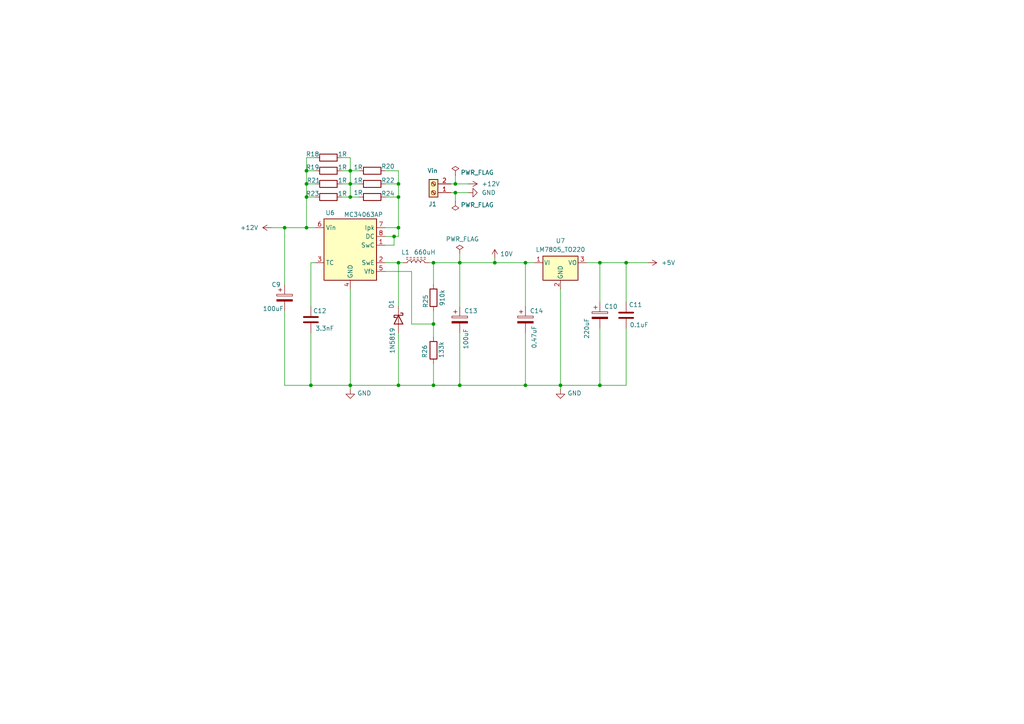
<source format=kicad_sch>
(kicad_sch (version 20231120) (generator "eeschema") (generator_version "8.0")
  (paper "A4")
  (lib_symbols
    (symbol "Connector:Screw_Terminal_01x02" (pin_names (offset 1.016) hide)
      (property "Reference" "J" (at 0 2.54 0))
      (property "Value" "Screw_Terminal_01x02" (at 0 -5.08 0))
      (symbol "Screw_Terminal_01x02_1_1"
        (rectangle (start -1.27 1.27) (end 1.27 -3.81) (stroke (width 0.254)) (fill (type background)))
        (circle (center 0 -2.54) (radius 0.635) (stroke (width 0.1524)))
        (polyline (pts (xy -0.5334 -2.2098) (xy 0.3302 -3.048)) (stroke (width 0.1524)))
        (polyline (pts (xy -0.5334 0.3302) (xy 0.3302 -0.508)) (stroke (width 0.1524)))
        (polyline (pts (xy -0.3556 -2.032) (xy 0.508 -2.8702)) (stroke (width 0.1524)))
        (polyline (pts (xy -0.3556 0.508) (xy 0.508 -0.3302)) (stroke (width 0.1524)))
        (circle (center 0 0) (radius 0.635) (stroke (width 0.1524)))
        (pin passive line (at -5.08 0 0) (length 3.81) (name "Pin_1") (number "1"))
        (pin passive line (at -5.08 -2.54 0) (length 3.81) (name "Pin_2") (number "2"))
      )
    )
    (symbol "Device:C" (pin_numbers hide) (pin_names (offset 0.254))
      (property "Reference" "C" (at 0.635 2.54 0))
      (property "Value" "C" (at 0.635 -2.54 0))
      (symbol "C_0_1"
        (polyline (pts (xy -2.032 -0.762) (xy 2.032 -0.762)) (stroke (width 0.508)))
        (polyline (pts (xy -2.032 0.762) (xy 2.032 0.762)) (stroke (width 0.508)))
      )
      (symbol "C_1_1"
        (pin passive line (at 0 3.81 270) (length 2.794) (name "~") (number "1"))
        (pin passive line (at 0 -3.81 90) (length 2.794) (name "~") (number "2"))
      )
    )
    (symbol "Device:C_Polarized" (pin_numbers hide) (pin_names (offset 0.254))
      (property "Reference" "C" (at 0.635 2.54 0))
      (property "Value" "C_Polarized" (at 0.635 -2.54 0))
      (symbol "C_Polarized_0_1"
        (rectangle (start -2.286 0.508) (end 2.286 1.016))
        (polyline (pts (xy -1.778 2.286) (xy -0.762 2.286)))
        (polyline (pts (xy -1.27 2.794) (xy -1.27 1.778)))
        (rectangle (start 2.286 -0.508) (end -2.286 -1.016) (fill (type outline)))
      )
      (symbol "C_Polarized_1_1"
        (pin passive line (at 0 3.81 270) (length 2.794) (name "~") (number "1"))
        (pin passive line (at 0 -3.81 90) (length 2.794) (name "~") (number "2"))
      )
    )
    (symbol "Device:L_Ferrite" (pin_numbers hide) (pin_names (offset 1.016) hide)
      (property "Reference" "L" (at -1.27 0 90))
      (property "Value" "L_Ferrite" (at 2.794 0 90))
      (symbol "L_Ferrite_0_1"
        (arc (start 0 -2.54) (mid 0.6323 -1.905) (end 0 -1.27))
        (arc (start 0 -1.27) (mid 0.6323 -0.635) (end 0 0))
        (polyline (pts (xy 1.016 -2.794) (xy 1.016 -2.286)))
        (polyline (pts (xy 1.016 -1.778) (xy 1.016 -1.27)))
        (polyline (pts (xy 1.016 -0.762) (xy 1.016 -0.254)))
        (polyline (pts (xy 1.016 0.254) (xy 1.016 0.762)))
        (polyline (pts (xy 1.016 1.27) (xy 1.016 1.778)))
        (polyline (pts (xy 1.016 2.286) (xy 1.016 2.794)))
        (polyline (pts (xy 1.524 -2.286) (xy 1.524 -2.794)))
        (polyline (pts (xy 1.524 -1.27) (xy 1.524 -1.778)))
        (polyline (pts (xy 1.524 -0.254) (xy 1.524 -0.762)))
        (polyline (pts (xy 1.524 0.762) (xy 1.524 0.254)))
        (polyline (pts (xy 1.524 1.778) (xy 1.524 1.27)))
        (polyline (pts (xy 1.524 2.794) (xy 1.524 2.286)))
        (arc (start 0 0) (mid 0.6323 0.635) (end 0 1.27))
        (arc (start 0 1.27) (mid 0.6323 1.905) (end 0 2.54))
      )
      (symbol "L_Ferrite_1_1"
        (pin passive line (at 0 3.81 270) (length 1.27) (name "1") (number "1"))
        (pin passive line (at 0 -3.81 90) (length 1.27) (name "2") (number "2"))
      )
    )
    (symbol "Device:R" (pin_numbers hide) (pin_names (offset 0))
      (property "Reference" "R" (at 2.032 0 90))
      (property "Value" "R" (at 0 0 90))
      (symbol "R_0_1"
        (rectangle (start -1.016 -2.54) (end 1.016 2.54) (stroke (width 0.254)))
      )
      (symbol "R_1_1"
        (pin passive line (at 0 3.81 270) (length 1.27) (name "~") (number "1"))
        (pin passive line (at 0 -3.81 90) (length 1.27) (name "~") (number "2"))
      )
    )
    (symbol "Diode:1N5819" (pin_numbers hide) (pin_names (offset 1.016) hide)
      (property "Reference" "D" (at 0 2.54 0))
      (property "Value" "1N5819" (at 0 -2.54 0))
      (symbol "1N5819_0_1"
        (polyline (pts (xy 1.27 0) (xy -1.27 0)))
        (polyline (pts (xy 1.27 1.27) (xy 1.27 -1.27) (xy -1.27 0) (xy 1.27 1.27)) (stroke (width 0.254)))
        (polyline (pts (xy -1.905 0.635) (xy -1.905 1.27) (xy -1.27 1.27) (xy -1.27 -1.27) (xy -0.635 -1.27) (xy -0.635 -0.635)) (stroke (width 0.254)))
      )
      (symbol "1N5819_1_1"
        (pin passive line (at -3.81 0 0) (length 2.54) (name "K") (number "1"))
        (pin passive line (at 3.81 0 180) (length 2.54) (name "A") (number "2"))
      )
    )
    (symbol "Regulator_Linear:LM7805_TO220" (pin_names (offset 0.254))
      (property "Reference" "U" (at -3.81 3.175 0))
      (property "Value" "LM7805_TO220" (at 0 3.175 0))
      (symbol "LM7805_TO220_0_1"
        (rectangle (start -5.08 1.905) (end 5.08 -5.08) (stroke (width 0.254)) (fill (type background)))
      )
      (symbol "LM7805_TO220_1_1"
        (pin power_in line (at -7.62 0 0) (length 2.54) (name "VI") (number "1"))
        (pin power_in line (at 0 -7.62 90) (length 2.54) (name "GND") (number "2"))
        (pin power_out line (at 7.62 0 180) (length 2.54) (name "VO") (number "3"))
      )
    )
    (symbol "Regulator_Switching:MC34063AP"
      (property "Reference" "U" (at -7.62 8.89 0))
      (property "Value" "MC34063AP" (at 0 8.89 0))
      (symbol "MC34063AP_0_1"
        (rectangle (start -7.62 7.62) (end 7.62 -10.16) (stroke (width 0.254)) (fill (type background)))
      )
      (symbol "MC34063AP_1_1"
        (pin open_collector line (at 10.16 0 180) (length 2.54) (name "SwC") (number "1"))
        (pin open_emitter line (at 10.16 -5.08 180) (length 2.54) (name "SwE") (number "2"))
        (pin passive line (at -10.16 -5.08 0) (length 2.54) (name "TC") (number "3"))
        (pin power_in line (at 0 -12.7 90) (length 2.54) (name "GND") (number "4"))
        (pin input line (at 10.16 -7.62 180) (length 2.54) (name "Vfb") (number "5"))
        (pin power_in line (at -10.16 5.08 0) (length 2.54) (name "Vin") (number "6"))
        (pin input line (at 10.16 5.08 180) (length 2.54) (name "Ipk") (number "7"))
        (pin open_collector line (at 10.16 2.54 180) (length 2.54) (name "DC") (number "8"))
      )
    )
    (symbol "power:+12V" (power) (pin_numbers hide) (pin_names (offset 0) hide)
      (property "Value" "+12V" (at 0 3.556 0))
      (symbol "+12V_0_1"
        (polyline (pts (xy -0.762 1.27) (xy 0 2.54)))
        (polyline (pts (xy 0 0) (xy 0 2.54)))
        (polyline (pts (xy 0 2.54) (xy 0.762 1.27)))
      )
      (symbol "+12V_1_1"
        (pin power_in line (at 0 0 90) (length 0) (name "~") (number "1"))
      )
    )
    (symbol "power:+5V" (power) (pin_numbers hide) (pin_names (offset 0) hide)
      (property "Value" "+5V" (at 0 3.556 0))
      (symbol "+5V_0_1"
        (polyline (pts (xy -0.762 1.27) (xy 0 2.54)))
        (polyline (pts (xy 0 0) (xy 0 2.54)))
        (polyline (pts (xy 0 2.54) (xy 0.762 1.27)))
      )
      (symbol "+5V_1_1"
        (pin power_in line (at 0 0 90) (length 0) (name "~") (number "1"))
      )
    )
    (symbol "power:+9V" (power) (pin_numbers hide) (pin_names (offset 0) hide)
      (property "Value" "+9V" (at 0 3.556 0))
      (symbol "+9V_0_1"
        (polyline (pts (xy -0.762 1.27) (xy 0 2.54)))
        (polyline (pts (xy 0 0) (xy 0 2.54)))
        (polyline (pts (xy 0 2.54) (xy 0.762 1.27)))
      )
      (symbol "+9V_1_1"
        (pin power_in line (at 0 0 90) (length 0) (name "~") (number "1"))
      )
    )
    (symbol "power:GND" (power) (pin_numbers hide) (pin_names (offset 0) hide)
      (property "Value" "GND" (at 0 -3.81 0))
      (symbol "GND_0_1"
        (polyline (pts (xy 0 0) (xy 0 -1.27) (xy 1.27 -1.27) (xy 0 -2.54) (xy -1.27 -1.27) (xy 0 -1.27)))
      )
      (symbol "GND_1_1"
        (pin power_in line (at 0 0 270) (length 0) (name "~") (number "1"))
      )
    )
    (symbol "power:PWR_FLAG" (power) (pin_numbers hide) (pin_names (offset 0) hide)
      (property "Value" "PWR_FLAG" (at 0 3.81 0))
      (symbol "PWR_FLAG_0_0"
        (pin power_out line (at 0 0 90) (length 0) (name "~") (number "1"))
      )
      (symbol "PWR_FLAG_0_1"
        (polyline (pts (xy 0 0) (xy 0 1.27) (xy -1.016 1.905) (xy 0 2.54) (xy 1.016 1.905) (xy 0 1.27)))
      )
    )
  )
  (junction (at 132.08 55.88))
  (junction (at 125.73 93.98))
  (junction (at 125.73 111.76))
  (junction (at 88.9 49.53))
  (junction (at 114.3 68.58))
  (junction (at 152.4 111.76))
  (junction (at 101.6 111.76))
  (junction (at 133.35 76.2))
  (junction (at 133.35 111.76))
  (junction (at 143.51 76.2))
  (junction (at 115.57 66.04))
  (junction (at 152.4 76.2))
  (junction (at 115.57 57.15))
  (junction (at 115.57 76.2))
  (junction (at 181.61 76.2))
  (junction (at 125.73 76.2))
  (junction (at 115.57 111.76))
  (junction (at 173.99 111.76))
  (junction (at 88.9 53.34))
  (junction (at 101.6 49.53))
  (junction (at 173.99 76.2))
  (junction (at 162.56 111.76))
  (junction (at 132.08 53.34))
  (junction (at 82.55 66.04))
  (junction (at 115.57 53.34))
  (junction (at 88.9 66.04))
  (junction (at 88.9 57.15))
  (junction (at 90.17 111.76))
  (junction (at 101.6 53.34))
  (junction (at 101.6 57.15))
  (wire (pts (xy 170.18 76.2) (xy 173.99 76.2)))
  (wire (pts (xy 111.76 49.53) (xy 115.57 49.53)))
  (wire (pts (xy 133.35 111.76) (xy 152.4 111.76)))
  (wire (pts (xy 181.61 76.2) (xy 187.96 76.2)))
  (wire (pts (xy 154.94 76.2) (xy 152.4 76.2)))
  (wire (pts (xy 133.35 76.2) (xy 133.35 88.9)))
  (wire (pts (xy 101.6 49.53) (xy 101.6 45.72)))
  (wire (pts (xy 173.99 111.76) (xy 181.61 111.76)))
  (wire (pts (xy 125.73 76.2) (xy 125.73 82.55)))
  (wire (pts (xy 101.6 111.76) (xy 101.6 83.82)))
  (wire (pts (xy 88.9 53.34) (xy 91.44 53.34)))
  (wire (pts (xy 125.73 93.98) (xy 125.73 97.79)))
  (wire (pts (xy 119.38 78.74) (xy 119.38 93.98)))
  (wire (pts (xy 173.99 76.2) (xy 181.61 76.2)))
  (wire (pts (xy 133.35 96.52) (xy 133.35 111.76)))
  (wire (pts (xy 99.06 53.34) (xy 101.6 53.34)))
  (wire (pts (xy 119.38 93.98) (xy 125.73 93.98)))
  (wire (pts (xy 132.08 55.88) (xy 135.89 55.88)))
  (wire (pts (xy 143.51 76.2) (xy 152.4 76.2)))
  (wire (pts (xy 101.6 111.76) (xy 115.57 111.76)))
  (wire (pts (xy 88.9 57.15) (xy 88.9 53.34)))
  (wire (pts (xy 82.55 111.76) (xy 90.17 111.76)))
  (wire (pts (xy 125.73 76.2) (xy 133.35 76.2)))
  (wire (pts (xy 101.6 111.76) (xy 101.6 113.03)))
  (wire (pts (xy 99.06 49.53) (xy 101.6 49.53)))
  (wire (pts (xy 181.61 111.76) (xy 181.61 95.25)))
  (wire (pts (xy 115.57 57.15) (xy 115.57 53.34)))
  (wire (pts (xy 90.17 111.76) (xy 101.6 111.76)))
  (wire (pts (xy 125.73 111.76) (xy 133.35 111.76)))
  (wire (pts (xy 101.6 57.15) (xy 101.6 53.34)))
  (wire (pts (xy 132.08 50.8) (xy 132.08 53.34)))
  (wire (pts (xy 152.4 76.2) (xy 152.4 88.9)))
  (wire (pts (xy 115.57 66.04) (xy 115.57 68.58)))
  (wire (pts (xy 162.56 111.76) (xy 152.4 111.76)))
  (wire (pts (xy 173.99 111.76) (xy 162.56 111.76)))
  (wire (pts (xy 101.6 49.53) (xy 104.14 49.53)))
  (wire (pts (xy 88.9 57.15) (xy 91.44 57.15)))
  (wire (pts (xy 101.6 57.15) (xy 104.14 57.15)))
  (wire (pts (xy 125.73 105.41) (xy 125.73 111.76)))
  (wire (pts (xy 99.06 57.15) (xy 101.6 57.15)))
  (wire (pts (xy 132.08 55.88) (xy 132.08 58.42)))
  (wire (pts (xy 162.56 83.82) (xy 162.56 111.76)))
  (wire (pts (xy 115.57 111.76) (xy 125.73 111.76)))
  (wire (pts (xy 90.17 88.9) (xy 90.17 76.2)))
  (wire (pts (xy 88.9 49.53) (xy 88.9 53.34)))
  (wire (pts (xy 115.57 76.2) (xy 116.84 76.2)))
  (wire (pts (xy 162.56 113.03) (xy 162.56 111.76)))
  (wire (pts (xy 115.57 53.34) (xy 115.57 49.53)))
  (wire (pts (xy 88.9 45.72) (xy 88.9 49.53)))
  (wire (pts (xy 101.6 53.34) (xy 104.14 53.34)))
  (wire (pts (xy 152.4 111.76) (xy 152.4 96.52)))
  (wire (pts (xy 125.73 90.17) (xy 125.73 93.98)))
  (wire (pts (xy 132.08 53.34) (xy 135.89 53.34)))
  (wire (pts (xy 181.61 87.63) (xy 181.61 76.2)))
  (wire (pts (xy 173.99 76.2) (xy 173.99 87.63)))
  (wire (pts (xy 90.17 76.2) (xy 91.44 76.2)))
  (wire (pts (xy 111.76 57.15) (xy 115.57 57.15)))
  (wire (pts (xy 130.81 53.34) (xy 132.08 53.34)))
  (wire (pts (xy 143.51 74.93) (xy 143.51 76.2)))
  (wire (pts (xy 88.9 57.15) (xy 88.9 66.04)))
  (wire (pts (xy 115.57 57.15) (xy 115.57 66.04)))
  (wire (pts (xy 111.76 78.74) (xy 119.38 78.74)))
  (wire (pts (xy 82.55 66.04) (xy 82.55 82.55)))
  (wire (pts (xy 130.81 55.88) (xy 132.08 55.88)))
  (wire (pts (xy 114.3 68.58) (xy 114.3 71.12)))
  (wire (pts (xy 173.99 95.25) (xy 173.99 111.76)))
  (wire (pts (xy 88.9 66.04) (xy 91.44 66.04)))
  (wire (pts (xy 82.55 90.17) (xy 82.55 111.76)))
  (wire (pts (xy 115.57 96.52) (xy 115.57 111.76)))
  (wire (pts (xy 78.74 66.04) (xy 82.55 66.04)))
  (wire (pts (xy 88.9 49.53) (xy 91.44 49.53)))
  (wire (pts (xy 115.57 68.58) (xy 114.3 68.58)))
  (wire (pts (xy 133.35 76.2) (xy 143.51 76.2)))
  (wire (pts (xy 90.17 96.52) (xy 90.17 111.76)))
  (wire (pts (xy 111.76 71.12) (xy 114.3 71.12)))
  (wire (pts (xy 99.06 45.72) (xy 101.6 45.72)))
  (wire (pts (xy 111.76 68.58) (xy 114.3 68.58)))
  (wire (pts (xy 115.57 76.2) (xy 115.57 88.9)))
  (wire (pts (xy 101.6 53.34) (xy 101.6 49.53)))
  (wire (pts (xy 82.55 66.04) (xy 88.9 66.04)))
  (wire (pts (xy 111.76 66.04) (xy 115.57 66.04)))
  (wire (pts (xy 124.46 76.2) (xy 125.73 76.2)))
  (wire (pts (xy 111.76 53.34) (xy 115.57 53.34)))
  (wire (pts (xy 111.76 76.2) (xy 115.57 76.2)))
  (wire (pts (xy 88.9 45.72) (xy 91.44 45.72)))
  (wire (pts (xy 133.35 73.66) (xy 133.35 76.2)))
  (symbol (lib_id "Device:R") (at 107.95 53.34 90) (unit 1)
    (property "Reference" "R22" (at 112.522 52.324 90))
    (property "Value" "1R" (at 103.886 52.324 90))
    (property "Footprint" "Resistor_THT:R_Axial_DIN0207_L6.3mm_D2.5mm_P2.54mm_Vertical" (effects (hide yes)))
    (property "Description" "Resistor" (effects (hide yes)))
  )
  (symbol (lib_id "Device:R") (at 107.95 49.53 90) (unit 1)
    (property "Reference" "R20" (at 112.522 48.26 90))
    (property "Value" "1R" (at 103.886 48.514 90))
    (property "Footprint" "Resistor_THT:R_Axial_DIN0207_L6.3mm_D2.5mm_P2.54mm_Vertical" (effects (hide yes)))
    (property "Description" "Resistor" (effects (hide yes)))
  )
  (symbol (lib_id "power:+12V") (at 78.74 66.04 90) (unit 1)
    (property "Reference" "#PWR07" (effects (hide yes)))
    (property "Value" "+12V" (at 74.93 66.0399 90) (effects (justify left)))
    (property "Description" "Power symbol creates a global label with name \"+12V\"" (effects (hide yes)))
  )
  (symbol (lib_id "Device:R") (at 125.73 86.36 180) (unit 1)
    (property "Reference" "R25" (at 123.444 87.376 90))
    (property "Value" "910k" (at 128.27 86.36 90))
    (property "Footprint" "Resistor_THT:R_Axial_DIN0207_L6.3mm_D2.5mm_P2.54mm_Vertical" (effects (hide yes)))
    (property "Description" "Resistor" (effects (hide yes)))
  )
  (symbol (lib_id "power:GND") (at 135.89 55.88 90) (unit 1)
    (property "Reference" "#PWR06" (effects (hide yes)))
    (property "Value" "GND" (at 139.7 55.8799 90) (effects (justify right)))
    (property "Description" "Power symbol creates a global label with name \"GND\" , ground" (effects (hide yes)))
  )
  (symbol (lib_id "Device:C_Polarized") (at 82.55 86.36 0) (unit 1)
    (property "Reference" "C9" (at 78.74 82.55 0) (effects (justify left)))
    (property "Value" "100uF" (at 76.2 89.535 0) (effects (justify left)))
    (property "Footprint" "Capacitor_THT:CP_Radial_D8.0mm_P3.80mm" (effects (hide yes)))
    (property "Description" "Polarized capacitor" (effects (hide yes)))
  )
  (symbol (lib_id "Device:C") (at 90.17 92.71 0) (unit 1)
    (property "Reference" "C12" (at 90.805 90.17 0) (effects (justify left)))
    (property "Value" "3.3nF" (at 91.44 95.25 0) (effects (justify left)))
    (property "Footprint" "Capacitor_THT:C_Disc_D3.0mm_W2.0mm_P2.50mm" (effects (hide yes)))
    (property "Description" "Unpolarized capacitor" (effects (hide yes)))
  )
  (symbol (lib_id "power:+12V") (at 135.89 53.34 270) (unit 1)
    (property "Reference" "#PWR05" (effects (hide yes)))
    (property "Value" "+12V" (at 139.7 53.3399 90) (effects (justify left)))
    (property "Description" "Power symbol creates a global label with name \"+12V\"" (effects (hide yes)))
  )
  (symbol (lib_id "Diode:1N5819") (at 115.57 92.71 270) (unit 1)
    (property "Reference" "D1" (at 113.538 86.868 0) (effects (justify left)))
    (property "Value" "1N5819" (at 113.792 94.996 0) (effects (justify left)))
    (property "Footprint" "Diode_THT:D_DO-41_SOD81_P10.16mm_Horizontal" (effects (hide yes)))
    (property "Datasheet" "http://www.vishay.com/docs/88525/1n5817.pdf" (effects (hide yes)))
    (property "Description" "40V 1A Schottky Barrier Rectifier Diode, DO-41" (effects (hide yes)))
  )
  (symbol (lib_id "Device:R") (at 95.25 49.53 90) (unit 1)
    (property "Reference" "R19" (at 90.678 48.514 90))
    (property "Value" "1R" (at 99.314 48.514 90))
    (property "Footprint" "Resistor_THT:R_Axial_DIN0207_L6.3mm_D2.5mm_P2.54mm_Vertical" (effects (hide yes)))
    (property "Description" "Resistor" (effects (hide yes)))
  )
  (symbol (lib_id "Device:R") (at 95.25 53.34 90) (unit 1)
    (property "Reference" "R21" (at 90.932 52.324 90))
    (property "Value" "1R" (at 99.314 52.324 90))
    (property "Footprint" "Resistor_THT:R_Axial_DIN0207_L6.3mm_D2.5mm_P2.54mm_Vertical" (effects (hide yes)))
    (property "Description" "Resistor" (effects (hide yes)))
  )
  (symbol (lib_id "Device:C_Polarized") (at 133.35 92.71 0) (unit 1)
    (property "Reference" "C13" (at 134.62 90.17 0) (effects (justify left)))
    (property "Value" "100uF" (at 135.128 101.346 90) (effects (justify left)))
    (property "Footprint" "Capacitor_THT:CP_Radial_D8.0mm_P3.80mm" (effects (hide yes)))
    (property "Description" "Polarized capacitor" (effects (hide yes)))
  )
  (symbol (lib_id "power:GND") (at 162.56 113.03 0) (unit 1)
    (property "Reference" "#PWR011" (effects (hide yes)))
    (property "Value" "GND" (at 166.624 114.046 0))
    (property "Description" "Power symbol creates a global label with name \"GND\" , ground" (effects (hide yes)))
  )
  (symbol (lib_id "Connector:Screw_Terminal_01x02") (at 125.73 55.88 180) (unit 1)
    (property "Reference" "J1" (at 125.476 59.182 0))
    (property "Value" "Vin" (at 125.476 49.53 0))
    (property "Footprint" "TerminalBlock_Phoenix:TerminalBlock_Phoenix_MKDS-1,5-2-5.08_1x02_P5.08mm_Horizontal" (effects (hide yes)))
    (property "Description" "Generic screw terminal, single row, 01x02, script generated (kicad-library-utils/schlib/autogen/connector/)" (effects (hide yes)))
  )
  (symbol (lib_id "Device:R") (at 125.73 101.6 0) (unit 1)
    (property "Reference" "R26" (at 123.19 103.886 90) (effects (justify left)))
    (property "Value" "133k" (at 128.016 103.886 90) (effects (justify left)))
    (property "Footprint" "Resistor_THT:R_Axial_DIN0207_L6.3mm_D2.5mm_P2.54mm_Vertical" (effects (hide yes)))
    (property "Description" "Resistor" (effects (hide yes)))
  )
  (symbol (lib_id "Device:C") (at 181.61 91.44 0) (unit 1)
    (property "Reference" "C11" (at 182.372 88.392 0) (effects (justify left)))
    (property "Value" "0.1uF" (at 182.626 94.234 0) (effects (justify left)))
    (property "Footprint" "Capacitor_THT:C_Disc_D3.0mm_W2.0mm_P2.50mm" (effects (hide yes)))
    (property "Description" "Unpolarized capacitor" (effects (hide yes)))
  )
  (symbol (lib_id "Device:R") (at 95.25 45.72 90) (unit 1)
    (property "Reference" "R18" (at 90.678 44.704 90))
    (property "Value" "1R" (at 99.314 44.704 90))
    (property "Footprint" "Resistor_THT:R_Axial_DIN0207_L6.3mm_D2.5mm_P2.54mm_Vertical" (effects (hide yes)))
    (property "Description" "Resistor" (effects (hide yes)))
  )
  (symbol (lib_id "power:PWR_FLAG") (at 132.08 58.42 180) (unit 1)
    (property "Reference" "#FLG02" (effects (hide yes)))
    (property "Value" "PWR_FLAG" (at 138.43 59.436 0))
    (property "Description" "Special symbol for telling ERC where power comes from" (effects (hide yes)))
  )
  (symbol (lib_id "Device:L_Ferrite") (at 120.65 76.2 90) (unit 1)
    (property "Reference" "L1" (at 117.602 73.152 90))
    (property "Value" "660uH" (at 123.19 73.152 90))
    (property "Footprint" "Inductor_THT:L_Radial_D7.2mm_P3.00mm_Murata_1700" (effects (hide yes)))
    (property "Description" "Inductor with ferrite core" (effects (hide yes)))
  )
  (symbol (lib_id "power:+9V") (at 143.51 74.93 0) (unit 1)
    (property "Reference" "#PWR08" (effects (hide yes)))
    (property "Value" "10V" (at 145.034 73.66 0) (effects (justify left)))
    (property "Description" "Power symbol creates a global label with name \"+9V\"" (effects (hide yes)))
  )
  (symbol (lib_id "Device:C_Polarized") (at 173.99 91.44 0) (unit 1)
    (property "Reference" "C10" (at 175.26 88.9 0) (effects (justify left)))
    (property "Value" "220uF" (at 170.18 98.298 90) (effects (justify left)))
    (property "Footprint" "Capacitor_THT:CP_Radial_D8.0mm_P3.80mm" (effects (hide yes)))
    (property "Description" "Polarized capacitor" (effects (hide yes)))
  )
  (symbol (lib_id "Device:R") (at 107.95 57.15 90) (unit 1)
    (property "Reference" "R24" (at 112.522 56.134 90))
    (property "Value" "1R" (at 103.886 55.88 90))
    (property "Footprint" "Resistor_THT:R_Axial_DIN0207_L6.3mm_D2.5mm_P2.54mm_Vertical" (effects (hide yes)))
    (property "Description" "Resistor" (effects (hide yes)))
  )
  (symbol (lib_id "Device:R") (at 95.25 57.15 90) (unit 1)
    (property "Reference" "R23" (at 90.678 56.134 90))
    (property "Value" "1R" (at 99.314 56.134 90))
    (property "Footprint" "Resistor_THT:R_Axial_DIN0207_L6.3mm_D2.5mm_P2.54mm_Vertical" (effects (hide yes)))
    (property "Description" "Resistor" (effects (hide yes)))
  )
  (symbol (lib_id "power:+5V") (at 187.96 76.2 270) (unit 1)
    (property "Reference" "#PWR09" (effects (hide yes)))
    (property "Value" "+5V" (at 191.77 76.1999 90) (effects (justify left)))
    (property "Description" "Power symbol creates a global label with name \"+5V\"" (effects (hide yes)))
  )
  (symbol (lib_id "power:PWR_FLAG") (at 132.08 50.8 0) (unit 1)
    (property "Reference" "#FLG01" (effects (hide yes)))
    (property "Value" "PWR_FLAG" (at 138.43 50.038 0))
    (property "Description" "Special symbol for telling ERC where power comes from" (effects (hide yes)))
  )
  (symbol (lib_id "power:GND") (at 101.6 113.03 0) (unit 1)
    (property "Reference" "#PWR010" (effects (hide yes)))
    (property "Value" "GND" (at 105.664 114.046 0))
    (property "Description" "Power symbol creates a global label with name \"GND\" , ground" (effects (hide yes)))
  )
  (symbol (lib_id "Regulator_Switching:MC34063AP") (at 101.6 71.12 0) (unit 1)
    (property "Reference" "U6" (at 95.758 61.722 0))
    (property "Value" "MC34063AP" (at 105.41 62.23 0))
    (property "Footprint" "Package_DIP:DIP-8_W7.62mm" (effects (hide yes)))
    (property "Datasheet" "http://www.onsemi.com/pub_link/Collateral/MC34063A-D.PDF" (effects (hide yes)))
    (property "Description" "1.5A, step-up/down/inverting switching regulator, 3-40V Vin, 100kHz, DIP-8" (effects (hide yes)))
  )
  (symbol (lib_id "power:PWR_FLAG") (at 133.35 73.66 0) (unit 1)
    (property "Reference" "#FLG03" (effects (hide yes)))
    (property "Value" "PWR_FLAG" (at 134.112 69.342 0))
    (property "Description" "Special symbol for telling ERC where power comes from" (effects (hide yes)))
  )
  (symbol (lib_id "Regulator_Linear:LM7805_TO220") (at 162.56 76.2 0) (unit 1)
    (property "Reference" "U7" (at 162.56 69.85 0))
    (property "Value" "LM7805_TO220" (at 162.56 72.39 0))
    (property "Footprint" "Package_TO_SOT_THT:TO-220-3_Vertical" (effects (hide yes)))
    (property "Datasheet" "https://www.onsemi.cn/PowerSolutions/document/MC7800-D.PDF" (effects (hide yes)))
    (property "Description" "Positive 1A 35V Linear Regulator, Fixed Output 5V, TO-220" (effects (hide yes)))
  )
  (symbol (lib_id "Device:C_Polarized") (at 152.4 92.71 0) (unit 1)
    (property "Reference" "C14" (at 153.67 90.17 0) (effects (justify left)))
    (property "Value" "0.47uF" (at 154.94 101.092 90) (effects (justify left)))
    (property "Footprint" "Capacitor_THT:CP_Radial_D5.0mm_P2.50mm" (effects (hide yes)))
    (property "Description" "Polarized capacitor" (effects (hide yes)))
  )
)
</source>
